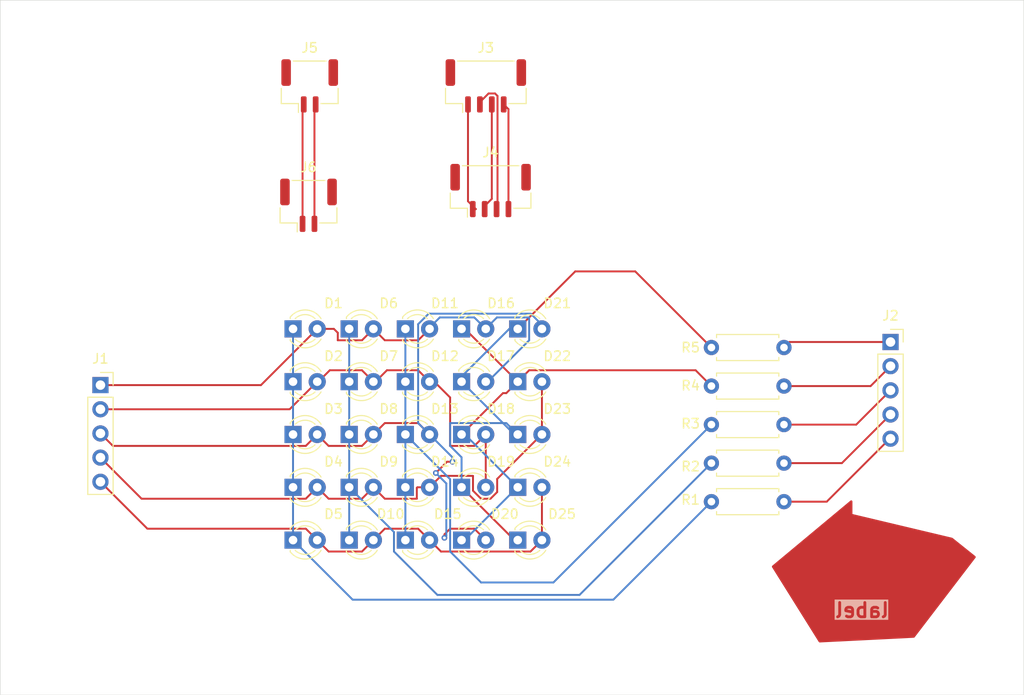
<source format=kicad_pcb>
(kicad_pcb (version 20240108) (generator "pcbnew") (generator_version "8.0")
  (layers (0 "F.Cu" signal) (31 "B.Cu" signal) (34 "B.Paste" user) (35 "F.Paste" user) (36 "B.SilkS" user "B.Silkscreen") (37 "F.SilkS" user "F.Silkscreen") (38 "B.Mask" user) (39 "F.Mask" user) (44 "Edge.Cuts" user))
  (net 0 "")
  (net 1 "Net-(D1-A)")
  (net 2 "Net-(D1-K)")
  (net 3 "Net-(D12-A)")
  (net 4 "Net-(D13-A)")
  (net 5 "Net-(D14-A)")
  (net 6 "Net-(D10-A)")
  (net 7 "Net-(D10-K)")
  (net 8 "Net-(D11-K)")
  (net 9 "Net-(D16-K)")
  (net 10 "Net-(D17-K)")
  (net 11 "Net-(J2-Pin_3)")
  (net 12 "Net-(J2-Pin_4)")
  (net 13 "Net-(J2-Pin_1)")
  (net 14 "Net-(J2-Pin_2)")
  (net 15 "Net-(J2-Pin_5)")
  (net 16 "/RX")
  (net 17 "GND")
  (net 18 "+3V3")
  (net 19 "/TX")
  (net 20 "/CAN_H")
  (net 21 "/CAN_L")
  (footprint "Resistor_THT:R_Axial_DIN0207_L6.3mm_D2.5mm_P7.62mm_Horizontal" (layer "F.Cu") (at 121.31 96.2 180)
    (property "Reference" "R1" (at 9.81 0.2 360) (layer "F.SilkS"))
    (property "Value" "R_US")
    (pad "1" thru_hole circle (at 0 0 180) (size 1.6 1.6) (drill 0.8) (layers "*.Cu" "*.Mask") (net 15 "Net-(J2-Pin_5)"))
    (pad "2" thru_hole oval (at 7.62 0 180) (size 1.6 1.6) (drill 0.8) (layers "*.Cu" "*.Mask") (net 2 "Net-(D1-K)"))
  )
  (footprint "Connector_JST:JST_GH_BM04B-GHS-TBT_1x04-1MP_P1.25mm_Vertical" (layer "F.Cu") (at 90.5 63.5)
    (property "Reference" "J4" (at 0 -4 0) (layer "F.SilkS"))
    (property "Value" "Conn_01x04")
    (pad "1" smd roundrect (at -1.875 1.95) (size 0.6 1.7) (layers "F.Cu" "F.Paste" "F.Mask") (net 18 "+3V3"))
    (pad "2" smd roundrect (at -0.625 1.95) (size 0.6 1.7) (layers "F.Cu" "F.Paste" "F.Mask") (net 16 "/RX"))
    (pad "3" smd roundrect (at 0.625 1.95) (size 0.6 1.7) (layers "F.Cu" "F.Paste" "F.Mask") (net 19 "/TX"))
    (pad "4" smd roundrect (at 1.875 1.95) (size 0.6 1.7) (layers "F.Cu" "F.Paste" "F.Mask") (net 17 "GND"))
    (pad "MP" smd roundrect (at -3.725 -1.4) (size 1 2.8) (layers "F.Cu" "F.Paste" "F.Mask"))
    (pad "MP" smd roundrect (at 3.725 -1.4) (size 1 2.8) (layers "F.Cu" "F.Paste" "F.Mask"))
  )
  (footprint "LED_THT:LED_D3.0mm" (layer "F.Cu") (at 81.55 94.69)
    (property "Reference" "D14" (at 4.15 -2.69 360) (layer "F.SilkS"))
    (property "Value" "LED")
    (pad "1" thru_hole rect (at 0 0) (size 1.8 1.8) (drill 0.9) (layers "*.Cu" "*.Mask") (net 8 "Net-(D11-K)"))
    (pad "2" thru_hole circle (at 2.54 0) (size 1.8 1.8) (drill 0.9) (layers "*.Cu" "*.Mask") (net 5 "Net-(D14-A)"))
  )
  (footprint "Resistor_THT:R_Axial_DIN0207_L6.3mm_D2.5mm_P7.62mm_Horizontal" (layer "F.Cu") (at 121.31 92.15 180)
    (property "Reference" "R2" (at 9.81 -0.35 360) (layer "F.SilkS"))
    (property "Value" "R_US")
    (pad "1" thru_hole circle (at 0 0 180) (size 1.6 1.6) (drill 0.8) (layers "*.Cu" "*.Mask") (net 12 "Net-(J2-Pin_4)"))
    (pad "2" thru_hole oval (at 7.62 0 180) (size 1.6 1.6) (drill 0.8) (layers "*.Cu" "*.Mask") (net 7 "Net-(D10-K)"))
  )
  (footprint "LED_THT:LED_D3.0mm" (layer "F.Cu") (at 87.45 83.59)
    (property "Reference" "D17" (at 4.15 -2.69 360) (layer "F.SilkS"))
    (property "Value" "LED")
    (pad "1" thru_hole rect (at 0 0) (size 1.8 1.8) (drill 0.9) (layers "*.Cu" "*.Mask") (net 10 "Net-(D17-K)"))
    (pad "2" thru_hole circle (at 2.54 0) (size 1.8 1.8) (drill 0.9) (layers "*.Cu" "*.Mask") (net 1 "Net-(D1-A)"))
  )
  (footprint "LED_THT:LED_D3.0mm" (layer "F.Cu") (at 93.35 83.59)
    (property "Reference" "D22" (at 4.15 -2.69 360) (layer "F.SilkS"))
    (property "Value" "LED")
    (pad "1" thru_hole rect (at 0 0) (size 1.8 1.8) (drill 0.9) (layers "*.Cu" "*.Mask") (net 9 "Net-(D16-K)"))
    (pad "2" thru_hole circle (at 2.54 0) (size 1.8 1.8) (drill 0.9) (layers "*.Cu" "*.Mask") (net 5 "Net-(D14-A)"))
  )
  (footprint "LED_THT:LED_D3.0mm" (layer "F.Cu") (at 69.75 100.24)
    (property "Reference" "D5" (at 4.25 -2.74 360) (layer "F.SilkS"))
    (property "Value" "LED")
    (pad "1" thru_hole rect (at 0 0) (size 1.8 1.8) (drill 0.9) (layers "*.Cu" "*.Mask") (net 2 "Net-(D1-K)"))
    (pad "2" thru_hole circle (at 2.54 0) (size 1.8 1.8) (drill 0.9) (layers "*.Cu" "*.Mask") (net 6 "Net-(D10-A)"))
  )
  (footprint "LED_THT:LED_D3.0mm" (layer "F.Cu") (at 93.35 78.04)
    (property "Reference" "D21" (at 4.15 -2.69 360) (layer "F.SilkS"))
    (property "Value" "LED")
    (pad "1" thru_hole rect (at 0 0) (size 1.8 1.8) (drill 0.9) (layers "*.Cu" "*.Mask") (net 10 "Net-(D17-K)"))
    (pad "2" thru_hole circle (at 2.54 0) (size 1.8 1.8) (drill 0.9) (layers "*.Cu" "*.Mask") (net 4 "Net-(D13-A)"))
  )
  (footprint "LED_THT:LED_D3.0mm" (layer "F.Cu") (at 87.45 78.04)
    (property "Reference" "D16" (at 4.15 -2.69 360) (layer "F.SilkS"))
    (property "Value" "LED")
    (pad "1" thru_hole rect (at 0 0) (size 1.8 1.8) (drill 0.9) (layers "*.Cu" "*.Mask") (net 9 "Net-(D16-K)"))
    (pad "2" thru_hole circle (at 2.54 0) (size 1.8 1.8) (drill 0.9) (layers "*.Cu" "*.Mask") (net 1 "Net-(D1-A)"))
  )
  (footprint "LED_THT:LED_D3.0mm" (layer "F.Cu") (at 69.75 89.14)
    (property "Reference" "D3" (at 4.25 -2.69 360) (layer "F.SilkS"))
    (property "Value" "LED")
    (pad "1" thru_hole rect (at 0 0) (size 1.8 1.8) (drill 0.9) (layers "*.Cu" "*.Mask") (net 2 "Net-(D1-K)"))
    (pad "2" thru_hole circle (at 2.54 0) (size 1.8 1.8) (drill 0.9) (layers "*.Cu" "*.Mask") (net 4 "Net-(D13-A)"))
  )
  (footprint "LED_THT:LED_D3.0mm" (layer "F.Cu") (at 75.65 94.69)
    (property "Reference" "D9" (at 4.15 -2.69 360) (layer "F.SilkS"))
    (property "Value" "LED")
    (pad "1" thru_hole rect (at 0 0) (size 1.8 1.8) (drill 0.9) (layers "*.Cu" "*.Mask") (net 7 "Net-(D10-K)"))
    (pad "2" thru_hole circle (at 2.54 0) (size 1.8 1.8) (drill 0.9) (layers "*.Cu" "*.Mask") (net 5 "Net-(D14-A)"))
  )
  (footprint "Resistor_THT:R_Axial_DIN0207_L6.3mm_D2.5mm_P7.62mm_Horizontal" (layer "F.Cu") (at 121.31 88.1 180)
    (property "Reference" "R3" (at 9.81 0.1 360) (layer "F.SilkS"))
    (property "Value" "R_US")
    (pad "1" thru_hole circle (at 0 0 180) (size 1.6 1.6) (drill 0.8) (layers "*.Cu" "*.Mask") (net 11 "Net-(J2-Pin_3)"))
    (pad "2" thru_hole oval (at 7.62 0 180) (size 1.6 1.6) (drill 0.8) (layers "*.Cu" "*.Mask") (net 8 "Net-(D11-K)"))
  )
  (footprint "LED_THT:LED_D3.0mm" (layer "F.Cu") (at 81.55 89.14)
    (property "Reference" "D13" (at 4.15 -2.69 360) (layer "F.SilkS"))
    (property "Value" "LED")
    (pad "1" thru_hole rect (at 0 0) (size 1.8 1.8) (drill 0.9) (layers "*.Cu" "*.Mask") (net 8 "Net-(D11-K)"))
    (pad "2" thru_hole circle (at 2.54 0) (size 1.8 1.8) (drill 0.9) (layers "*.Cu" "*.Mask") (net 4 "Net-(D13-A)"))
  )
  (footprint "Connector_JST:JST_GH_BM02B-GHS-TBT_1x02-1MP_P1.25mm_Vertical" (layer "F.Cu") (at 71.375 65.05)
    (property "Reference" "J6" (at 0 -4 0) (layer "F.SilkS"))
    (property "Value" "Conn_01x02")
    (pad "1" smd roundrect (at -0.625 1.95) (size 0.6 1.7) (layers "F.Cu" "F.Paste" "F.Mask") (net 20 "/CAN_H"))
    (pad "2" smd roundrect (at 0.625 1.95) (size 0.6 1.7) (layers "F.Cu" "F.Paste" "F.Mask") (net 21 "/CAN_L"))
    (pad "MP" smd roundrect (at -2.475 -1.4) (size 1 2.8) (layers "F.Cu" "F.Paste" "F.Mask"))
    (pad "MP" smd roundrect (at 2.475 -1.4) (size 1 2.8) (layers "F.Cu" "F.Paste" "F.Mask"))
  )
  (footprint "LED_THT:LED_D3.0mm" (layer "F.Cu") (at 69.75 78.04)
    (property "Reference" "D1" (at 4.25 -2.69 360) (layer "F.SilkS"))
    (property "Value" "LED")
    (pad "1" thru_hole rect (at 0 0) (size 1.8 1.8) (drill 0.9) (layers "*.Cu" "*.Mask") (net 2 "Net-(D1-K)"))
    (pad "2" thru_hole circle (at 2.54 0) (size 1.8 1.8) (drill 0.9) (layers "*.Cu" "*.Mask") (net 1 "Net-(D1-A)"))
  )
  (footprint "LED_THT:LED_D3.0mm" (layer "F.Cu") (at 87.45 94.69)
    (property "Reference" "D19" (at 4.15 -2.69 360) (layer "F.SilkS"))
    (property "Value" "LED")
    (pad "1" thru_hole rect (at 0 0) (size 1.8 1.8) (drill 0.9) (layers "*.Cu" "*.Mask") (net 10 "Net-(D17-K)"))
    (pad "2" thru_hole circle (at 2.54 0) (size 1.8 1.8) (drill 0.9) (layers "*.Cu" "*.Mask") (net 3 "Net-(D12-A)"))
  )
  (footprint "LED_THT:LED_D3.0mm" (layer "F.Cu") (at 87.45 89.14)
    (property "Reference" "D18" (at 4.15 -2.69 360) (layer "F.SilkS"))
    (property "Value" "LED")
    (pad "1" thru_hole rect (at 0 0) (size 1.8 1.8) (drill 0.9) (layers "*.Cu" "*.Mask") (net 9 "Net-(D16-K)"))
    (pad "2" thru_hole circle (at 2.54 0) (size 1.8 1.8) (drill 0.9) (layers "*.Cu" "*.Mask") (net 3 "Net-(D12-A)"))
  )
  (footprint "LED_THT:LED_D3.0mm" (layer "F.Cu") (at 75.65 78.04)
    (property "Reference" "D6" (at 4.15 -2.69 360) (layer "F.SilkS"))
    (property "Value" "LED")
    (pad "1" thru_hole rect (at 0 0) (size 1.8 1.8) (drill 0.9) (layers "*.Cu" "*.Mask") (net 7 "Net-(D10-K)"))
    (pad "2" thru_hole circle (at 2.54 0) (size 1.8 1.8) (drill 0.9) (layers "*.Cu" "*.Mask") (net 1 "Net-(D1-A)"))
  )
  (footprint "LED_THT:LED_D3.0mm" (layer "F.Cu") (at 75.65 89.14)
    (property "Reference" "D8" (at 4.15 -2.69 360) (layer "F.SilkS"))
    (property "Value" "LED")
    (pad "1" thru_hole rect (at 0 0) (size 1.8 1.8) (drill 0.9) (layers "*.Cu" "*.Mask") (net 7 "Net-(D10-K)"))
    (pad "2" thru_hole circle (at 2.54 0) (size 1.8 1.8) (drill 0.9) (layers "*.Cu" "*.Mask") (net 4 "Net-(D13-A)"))
  )
  (footprint "LED_THT:LED_D3.0mm" (layer "F.Cu") (at 75.65 83.59)
    (property "Reference" "D7" (at 4.15 -2.69 360) (layer "F.SilkS"))
    (property "Value" "LED")
    (pad "1" thru_hole rect (at 0 0) (size 1.8 1.8) (drill 0.9) (layers "*.Cu" "*.Mask") (net 7 "Net-(D10-K)"))
    (pad "2" thru_hole circle (at 2.54 0) (size 1.8 1.8) (drill 0.9) (layers "*.Cu" "*.Mask") (net 3 "Net-(D12-A)"))
  )
  (footprint "Resistor_THT:R_Axial_DIN0207_L6.3mm_D2.5mm_P7.62mm_Horizontal" (layer "F.Cu") (at 121.31 84.05 180)
    (property "Reference" "R4" (at 9.81 0.05 360) (layer "F.SilkS"))
    (property "Value" "R_US")
    (pad "1" thru_hole circle (at 0 0 180) (size 1.6 1.6) (drill 0.8) (layers "*.Cu" "*.Mask") (net 14 "Net-(J2-Pin_2)"))
    (pad "2" thru_hole oval (at 7.62 0 180) (size 1.6 1.6) (drill 0.8) (layers "*.Cu" "*.Mask") (net 9 "Net-(D16-K)"))
  )
  (footprint "Connector_JST:JST_GH_BM02B-GHS-TBT_1x02-1MP_P1.25mm_Vertical" (layer "F.Cu") (at 71.5 52.5)
    (property "Reference" "J5" (at 0 -4 0) (layer "F.SilkS"))
    (property "Value" "Conn_01x02")
    (pad "1" smd roundrect (at -0.625 1.95) (size 0.6 1.7) (layers "F.Cu" "F.Paste" "F.Mask") (net 20 "/CAN_H"))
    (pad "2" smd roundrect (at 0.625 1.95) (size 0.6 1.7) (layers "F.Cu" "F.Paste" "F.Mask") (net 21 "/CAN_L"))
    (pad "MP" smd roundrect (at -2.475 -1.4) (size 1 2.8) (layers "F.Cu" "F.Paste" "F.Mask"))
    (pad "MP" smd roundrect (at 2.475 -1.4) (size 1 2.8) (layers "F.Cu" "F.Paste" "F.Mask"))
  )
  (footprint "Resistor_THT:R_Axial_DIN0207_L6.3mm_D2.5mm_P7.62mm_Horizontal" (layer "F.Cu") (at 121.31 80 180)
    (property "Reference" "R5" (at 9.81 0 360) (layer "F.SilkS"))
    (property "Value" "R_US")
    (pad "1" thru_hole circle (at 0 0 180) (size 1.6 1.6) (drill 0.8) (layers "*.Cu" "*.Mask") (net 13 "Net-(J2-Pin_1)"))
    (pad "2" thru_hole oval (at 7.62 0 180) (size 1.6 1.6) (drill 0.8) (layers "*.Cu" "*.Mask") (net 10 "Net-(D17-K)"))
  )
  (footprint "Connector_PinSocket_2.54mm:PinSocket_1x05_P2.54mm_Vertical" (layer "F.Cu") (at 132.5 79.42)
    (property "Reference" "J2" (at 0 -2.77 360) (layer "F.SilkS"))
    (property "Value" "Conn_01x05")
    (pad "1" thru_hole rect (at 0 0) (size 1.7 1.7) (drill 1) (layers "*.Cu" "*.Mask") (net 13 "Net-(J2-Pin_1)"))
    (pad "2" thru_hole oval (at 0 2.54) (size 1.7 1.7) (drill 1) (layers "*.Cu" "*.Mask") (net 14 "Net-(J2-Pin_2)"))
    (pad "3" thru_hole oval (at 0 5.08) (size 1.7 1.7) (drill 1) (layers "*.Cu" "*.Mask") (net 11 "Net-(J2-Pin_3)"))
    (pad "4" thru_hole oval (at 0 7.62) (size 1.7 1.7) (drill 1) (layers "*.Cu" "*.Mask") (net 12 "Net-(J2-Pin_4)"))
    (pad "5" thru_hole oval (at 0 10.16) (size 1.7 1.7) (drill 1) (layers "*.Cu" "*.Mask") (net 15 "Net-(J2-Pin_5)"))
  )
  (footprint "LED_THT:LED_D3.0mm" (layer "F.Cu") (at 93.35 100.24)
    (property "Reference" "D25" (at 4.65 -2.74 360) (layer "F.SilkS"))
    (property "Value" "LED")
    (pad "1" thru_hole rect (at 0 0) (size 1.8 1.8) (drill 0.9) (layers "*.Cu" "*.Mask") (net 10 "Net-(D17-K)"))
    (pad "2" thru_hole circle (at 2.54 0) (size 1.8 1.8) (drill 0.9) (layers "*.Cu" "*.Mask") (net 6 "Net-(D10-A)"))
  )
  (footprint "LED_THT:LED_D3.0mm" (layer "F.Cu") (at 81.55 100.24)
    (property "Reference" "D15" (at 4.45 -2.74 360) (layer "F.SilkS"))
    (property "Value" "LED")
    (pad "1" thru_hole rect (at 0 0) (size 1.8 1.8) (drill 0.9) (layers "*.Cu" "*.Mask") (net 8 "Net-(D11-K)"))
    (pad "2" thru_hole circle (at 2.54 0) (size 1.8 1.8) (drill 0.9) (layers "*.Cu" "*.Mask") (net 6 "Net-(D10-A)"))
  )
  (footprint "LED_THT:LED_D3.0mm" (layer "F.Cu") (at 75.65 100.24)
    (property "Reference" "D10" (at 4.35 -2.74 360) (layer "F.SilkS"))
    (property "Value" "LED")
    (pad "1" thru_hole rect (at 0 0) (size 1.8 1.8) (drill 0.9) (layers "*.Cu" "*.Mask") (net 7 "Net-(D10-K)"))
    (pad "2" thru_hole circle (at 2.54 0) (size 1.8 1.8) (drill 0.9) (layers "*.Cu" "*.Mask") (net 6 "Net-(D10-A)"))
  )
  (footprint "Connector_PinSocket_2.54mm:PinSocket_1x05_P2.54mm_Vertical" (layer "F.Cu") (at 49.525 83.95)
    (property "Reference" "J1" (at 0 -2.77 360) (layer "F.SilkS"))
    (property "Value" "Conn_01x05")
    (pad "1" thru_hole rect (at 0 0) (size 1.7 1.7) (drill 1) (layers "*.Cu" "*.Mask") (net 1 "Net-(D1-A)"))
    (pad "2" thru_hole oval (at 0 2.54) (size 1.7 1.7) (drill 1) (layers "*.Cu" "*.Mask") (net 3 "Net-(D12-A)"))
    (pad "3" thru_hole oval (at 0 5.08) (size 1.7 1.7) (drill 1) (layers "*.Cu" "*.Mask") (net 4 "Net-(D13-A)"))
    (pad "4" thru_hole oval (at 0 7.62) (size 1.7 1.7) (drill 1) (layers "*.Cu" "*.Mask") (net 5 "Net-(D14-A)"))
    (pad "5" thru_hole oval (at 0 10.16) (size 1.7 1.7) (drill 1) (layers "*.Cu" "*.Mask") (net 6 "Net-(D10-A)"))
  )
  (footprint "LED_THT:LED_D3.0mm" (layer "F.Cu") (at 81.55 78.04)
    (property "Reference" "D11" (at 4.15 -2.69 360) (layer "F.SilkS"))
    (property "Value" "LED")
    (pad "1" thru_hole rect (at 0 0) (size 1.8 1.8) (drill 0.9) (layers "*.Cu" "*.Mask") (net 8 "Net-(D11-K)"))
    (pad "2" thru_hole circle (at 2.54 0) (size 1.8 1.8) (drill 0.9) (layers "*.Cu" "*.Mask") (net 1 "Net-(D1-A)"))
  )
  (footprint "LED_THT:LED_D3.0mm" (layer "F.Cu") (at 87.45 100.24)
    (property "Reference" "D20" (at 4.55 -2.74 360) (layer "F.SilkS"))
    (property "Value" "LED")
    (pad "1" thru_hole rect (at 0 0) (size 1.8 1.8) (drill 0.9) (layers "*.Cu" "*.Mask") (net 9 "Net-(D16-K)"))
    (pad "2" thru_hole circle (at 2.54 0) (size 1.8 1.8) (drill 0.9) (layers "*.Cu" "*.Mask") (net 4 "Net-(D13-A)"))
  )
  (footprint "LED_THT:LED_D3.0mm" (layer "F.Cu") (at 93.35 89.14)
    (property "Reference" "D23" (at 4.15 -2.69 360) (layer "F.SilkS"))
    (property "Value" "LED")
    (pad "1" thru_hole rect (at 0 0) (size 1.8 1.8) (drill 0.9) (layers "*.Cu" "*.Mask") (net 10 "Net-(D17-K)"))
    (pad "2" thru_hole circle (at 2.54 0) (size 1.8 1.8) (drill 0.9) (layers "*.Cu" "*.Mask") (net 5 "Net-(D14-A)"))
  )
  (footprint "Connector_JST:JST_GH_BM04B-GHS-TBT_1x04-1MP_P1.25mm_Vertical" (layer "F.Cu") (at 90 52.5)
    (property "Reference" "J3" (at 0 -4 0) (layer "F.SilkS"))
    (property "Value" "Conn_01x04")
    (pad "1" smd roundrect (at -1.875 1.95) (size 0.6 1.7) (layers "F.Cu" "F.Paste" "F.Mask") (net 18 "+3V3"))
    (pad "2" smd roundrect (at -0.625 1.95) (size 0.6 1.7) (layers "F.Cu" "F.Paste" "F.Mask") (net 19 "/TX"))
    (pad "3" smd roundrect (at 0.625 1.95) (size 0.6 1.7) (layers "F.Cu" "F.Paste" "F.Mask") (net 16 "/RX"))
    (pad "4" smd roundrect (at 1.875 1.95) (size 0.6 1.7) (layers "F.Cu" "F.Paste" "F.Mask") (net 17 "GND"))
    (pad "MP" smd roundrect (at -3.725 -1.4) (size 1 2.8) (layers "F.Cu" "F.Paste" "F.Mask"))
    (pad "MP" smd roundrect (at 3.725 -1.4) (size 1 2.8) (layers "F.Cu" "F.Paste" "F.Mask"))
  )
  (footprint "LED_THT:LED_D3.0mm" (layer "F.Cu") (at 69.75 94.69)
    (property "Reference" "D4" (at 4.25 -2.69 360) (layer "F.SilkS"))
    (property "Value" "LED")
    (pad "1" thru_hole rect (at 0 0) (size 1.8 1.8) (drill 0.9) (layers "*.Cu" "*.Mask") (net 2 "Net-(D1-K)"))
    (pad "2" thru_hole circle (at 2.54 0) (size 1.8 1.8) (drill 0.9) (layers "*.Cu" "*.Mask") (net 5 "Net-(D14-A)"))
  )
  (footprint "LED_THT:LED_D3.0mm" (layer "F.Cu") (at 81.55 83.59)
    (property "Reference" "D12" (at 4.15 -2.69 360) (layer "F.SilkS"))
    (property "Value" "LED")
    (pad "1" thru_hole rect (at 0 0) (size 1.8 1.8) (drill 0.9) (layers "*.Cu" "*.Mask") (net 8 "Net-(D11-K)"))
    (pad "2" thru_hole circle (at 2.54 0) (size 1.8 1.8) (drill 0.9) (layers "*.Cu" "*.Mask") (net 3 "Net-(D12-A)"))
  )
  (footprint "LED_THT:LED_D3.0mm" (layer "F.Cu") (at 69.75 83.59)
    (property "Reference" "D2" (at 4.25 -2.69 360) (layer "F.SilkS"))
    (property "Value" "LED")
    (pad "1" thru_hole rect (at 0 0) (size 1.8 1.8) (drill 0.9) (layers "*.Cu" "*.Mask") (net 2 "Net-(D1-K)"))
    (pad "2" thru_hole circle (at 2.54 0) (size 1.8 1.8) (drill 0.9) (layers "*.Cu" "*.Mask") (net 3 "Net-(D12-A)"))
  )
  (footprint "LED_THT:LED_D3.0mm" (layer "F.Cu") (at 93.35 94.69)
    (property "Reference" "D24" (at 4.15 -2.69 360) (layer "F.SilkS"))
    (property "Value" "LED")
    (pad "1" thru_hole rect (at 0 0) (size 1.8 1.8) (drill 0.9) (layers "*.Cu" "*.Mask") (net 9 "Net-(D16-K)"))
    (pad "2" thru_hole circle (at 2.54 0) (size 1.8 1.8) (drill 0.9) (layers "*.Cu" "*.Mask") (net 6 "Net-(D10-A)"))
  )
  (gr_rect (start 39 43.5) (end 146.5 116.5) (stroke (width 0.05)) (fill none) (layer "Edge.Cuts"))
  (gr_text "label" (at 132.5 108.5 0) (layer "B.SilkS" knockout) (effects (font (size 1.5 1.5) (thickness 0.3) (bold yes)) (justify left bottom mirror)))
  (segment (start 78.19 78.04) (end 79.39 79.24) (width 0.2) (layer "F.Cu") (net 1))
  (segment (start 76.99 79.24) (end 78.19 78.04) (width 0.2) (layer "F.Cu") (net 1))
  (segment (start 74.45 78.45) (end 74.45 79.24) (width 0.2) (layer "F.Cu") (net 1))
  (segment (start 79.39 79.24) (end 82.89 79.24) (width 0.2) (layer "F.Cu") (net 1))
  (segment (start 74.04 78.04) (end 74.45 78.45) (width 0.2) (layer "F.Cu") (net 1))
  (segment (start 66.38 83.95) (end 72.29 78.04) (width 0.2) (layer "F.Cu") (net 1))
  (segment (start 72.29 78.04) (end 74.04 78.04) (width 0.2) (layer "F.Cu") (net 1))
  (segment (start 49.525 83.95) (end 66.38 83.95) (width 0.2) (layer "F.Cu") (net 1))
  (segment (start 82.89 79.24) (end 84.09 78.04) (width 0.2) (layer "F.Cu") (net 1))
  (segment (start 74.45 79.24) (end 76.99 79.24) (width 0.2) (layer "F.Cu") (net 1))
  (segment (start 89.99 78.04) (end 89.99 78.01) (width 0.2) (layer "B.Cu") (net 1))
  (segment (start 90.2 83.59) (end 89.99 83.59) (width 0.2) (layer "B.Cu") (net 1))
  (segment (start 89.99 78.01) (end 91.16 76.84) (width 0.2) (layer "B.Cu") (net 1))
  (segment (start 84.04 78.04) (end 84 78) (width 0.2) (layer "B.Cu") (net 1))
  (segment (start 94.55 76.84) (end 94.55 79.24) (width 0.2) (layer "B.Cu") (net 1))
  (segment (start 88.79 76.84) (end 89.99 78.04) (width 0.2) (layer "B.Cu") (net 1))
  (segment (start 94.55 79.24) (end 90.2 83.59) (width 0.2) (layer "B.Cu") (net 1))
  (segment (start 91.16 76.84) (end 94.55 76.84) (width 0.2) (layer "B.Cu") (net 1))
  (segment (start 84.09 78.04) (end 84.04 78.04) (width 0.2) (layer "B.Cu") (net 1))
  (segment (start 85.16 76.84) (end 88.79 76.84) (width 0.2) (layer "B.Cu") (net 1))
  (segment (start 84 78) (end 85.16 76.84) (width 0.2) (layer "B.Cu") (net 1))
  (segment (start 69.75 83.59) (end 69.75 78.04) (width 0.2) (layer "B.Cu") (net 2))
  (segment (start 69.75 89.14) (end 69.75 83.59) (width 0.2) (layer "B.Cu") (net 2))
  (segment (start 76.01 106.5) (end 69.75 100.24) (width 0.2) (layer "B.Cu") (net 2))
  (segment (start 69.75 100.24) (end 69.75 94.69) (width 0.2) (layer "B.Cu") (net 2))
  (segment (start 69.75 94.69) (end 69.75 89.14) (width 0.2) (layer "B.Cu") (net 2))
  (segment (start 113.69 96.2) (end 103.39 106.5) (width 0.2) (layer "B.Cu") (net 2))
  (segment (start 103.39 106.5) (end 76.01 106.5) (width 0.2) (layer "B.Cu") (net 2))
  (segment (start 78.41 83.59) (end 79.61 82.39) (width 0.2) (layer "F.Cu") (net 3))
  (segment (start 69.39 86.49) (end 72.29 83.59) (width 0.2) (layer "F.Cu") (net 3))
  (segment (start 79.61 82.39) (end 82.89 82.39) (width 0.2) (layer "F.Cu") (net 3))
  (segment (start 86.25 90.34) (end 88.79 90.34) (width 0.2) (layer "F.Cu") (net 3))
  (segment (start 76.99 82.39) (end 78.19 83.59) (width 0.2) (layer "F.Cu") (net 3))
  (segment (start 86.25 85.25) (end 86.25 90.34) (width 0.2) (layer "F.Cu") (net 3))
  (segment (start 84.09 83.59) (end 84.41 83.59) (width 0.2) (layer "F.Cu") (net 3))
  (segment (start 84.41 83.59) (end 84.5 83.5) (width 0.2) (layer "F.Cu") (net 3))
  (segment (start 84.5 83.5) (end 86.25 85.25) (width 0.2) (layer "F.Cu") (net 3))
  (segment (start 72.5 83.5) (end 73.61 82.39) (width 0.2) (layer "F.Cu") (net 3))
  (segment (start 88.79 90.34) (end 89.99 89.14) (width 0.2) (layer "F.Cu") (net 3))
  (segment (start 82.89 82.39) (end 84.09 83.59) (width 0.2) (layer "F.Cu") (net 3))
  (segment (start 49.525 86.49) (end 69.39 86.49) (width 0.2) (layer "F.Cu") (net 3))
  (segment (start 72.29 83.59) (end 72.38 83.5) (width 0.2) (layer "F.Cu") (net 3))
  (segment (start 73.61 82.39) (end 76.99 82.39) (width 0.2) (layer "F.Cu") (net 3))
  (segment (start 72.38 83.5) (end 72.5 83.5) (width 0.2) (layer "F.Cu") (net 3))
  (segment (start 89.99 89.14) (end 89.99 94.69) (width 0.2) (layer "F.Cu") (net 3))
  (segment (start 78.19 83.59) (end 78.41 83.59) (width 0.2) (layer "F.Cu") (net 3))
  (segment (start 71.09 90.34) (end 72.29 89.14) (width 0.2) (layer "F.Cu") (net 4))
  (segment (start 76.99 90.34) (end 73.49 90.34) (width 0.2) (layer "F.Cu") (net 4))
  (segment (start 88.79 99.04) (end 89.99 100.24) (width 0.2) (layer "F.Cu") (net 4))
  (segment (start 85.65 99.64) (end 86.25 99.04) (width 0.2) (layer "F.Cu") (net 4))
  (segment (start 50.835 90.34) (end 71.09 90.34) (width 0.2) (layer "F.Cu") (net 4))
  (segment (start 78.19 89.14) (end 79.39 87.94) (width 0.2) (layer "F.Cu") (net 4))
  (segment (start 78.19 89.14) (end 76.99 90.34) (width 0.2) (layer "F.Cu") (net 4))
  (segment (start 86.5 92) (end 85.93147 92) (width 0.2) (layer "F.Cu") (net 4))
  (segment (start 49.525 89.03) (end 50.835 90.34) (width 0.2) (layer "F.Cu") (net 4))
  (segment (start 73.49 90.34) (end 72.29 89.14) (width 0.2) (layer "F.Cu") (net 4))
  (segment (start 85.65 100) (end 85.65 99.64) (width 0.2) (layer "F.Cu") (net 4))
  (segment (start 86.25 99.04) (end 88.79 99.04) (width 0.2) (layer "F.Cu") (net 4))
  (segment (start 85.93147 92) (end 84.74647 93.185) (width 0.2) (layer "F.Cu") (net 4))
  (segment (start 79.39 87.94) (end 82.89 87.94) (width 0.2) (layer "F.Cu") (net 4))
  (segment (start 82.89 87.94) (end 84.09 89.14) (width 0.2) (layer "F.Cu") (net 4))
  (via (at 86.5 92) (size 0.6) (drill 0.3) (layers "F.Cu" "B.Cu") (net 4))
  (via (at 85.65 100) (size 0.6) (drill 0.3) (layers "F.Cu" "B.Cu") (net 4))
  (via (at 84.74647 93.185) (size 0.6) (drill 0.3) (layers "F.Cu" "B.Cu") (net 4))
  (segment (start 86.5 91.55) (end 86.5 92) (width 0.2) (layer "B.Cu") (net 4))
  (segment (start 85.85 94.28853) (end 85.85 99.8) (width 0.2) (layer "B.Cu") (net 4))
  (segment (start 85.85 99.8) (end 85.65 100) (width 0.2) (layer "B.Cu") (net 4))
  (segment (start 84.74647 93.185) (end 85.85 94.28853) (width 0.2) (layer "B.Cu") (net 4))
  (segment (start 84.09 89.14) (end 86.5 91.55) (width 0.2) (layer "B.Cu") (net 4))
  (segment (start 95.89 77.614315) (end 95.89 78.04) (width 0.2) (layer "B.Cu") (net 4))
  (segment (start 94.715685 76.44) (end 95.89 77.614315) (width 0.2) (layer "B.Cu") (net 4))
  (segment (start 83.992943 76.44) (end 94.715685 76.44) (width 0.2) (layer "B.Cu") (net 4))
  (segment (start 82.89 77.542943) (end 83.992943 76.44) (width 0.2) (layer "B.Cu") (net 4))
  (segment (start 82.89 87.94) (end 82.89 77.542943) (width 0.2) (layer "B.Cu") (net 4))
  (segment (start 84.09 89.14) (end 82.89 87.94) (width 0.2) (layer "B.Cu") (net 4))
  (segment (start 73.49 95.89) (end 72.29 94.69) (width 0.2) (layer "F.Cu") (net 5))
  (segment (start 76.99 95.89) (end 73.49 95.89) (width 0.2) (layer "F.Cu") (net 5))
  (segment (start 95.86 89.14) (end 91.19 93.81) (width 0.2) (layer "F.Cu") (net 5))
  (segment (start 53.845 95.89) (end 71.09 95.89) (width 0.2) (layer "F.Cu") (net 5))
  (segment (start 84.09 94.69) (end 82.81 94.69) (width 0.2) (layer "F.Cu") (net 5))
  (segment (start 85.29 93.49) (end 84.09 94.69) (width 0.2) (layer "F.Cu") (net 5))
  (segment (start 82.75 95.89) (end 79.39 95.89) (width 0.2) (layer "F.Cu") (net 5))
  (segment (start 95.89 83.59) (end 95.91 83.59) (width 0.2) (layer "F.Cu") (net 5))
  (segment (start 90.487057 95.89) (end 89.492943 95.89) (width 0.2) (layer "F.Cu") (net 5))
  (segment (start 82.81 94.69) (end 82.75 94.75) (width 0.2) (layer "F.Cu") (net 5))
  (segment (start 91.19 93.81) (end 91.19 95.187057) (width 0.2) (layer "F.Cu") (net 5))
  (segment (start 95.91 83.59) (end 95.89 83.61) (width 0.2) (layer "F.Cu") (net 5))
  (segment (start 91.19 95.187057) (end 90.487057 95.89) (width 0.2) (layer "F.Cu") (net 5))
  (segment (start 95.89 89.14) (end 95.86 89.14) (width 0.2) (layer "F.Cu") (net 5))
  (segment (start 82.75 94.75) (end 82.75 95.89) (width 0.2) (layer "F.Cu") (net 5))
  (segment (start 89.492943 95.89) (end 88.65 95.047057) (width 0.2) (layer "F.Cu") (net 5))
  (segment (start 88.65 93.49) (end 85.29 93.49) (width 0.2) (layer "F.Cu") (net 5))
  (segment (start 95.89 83.61) (end 95.89 89.14) (width 0.2) (layer "F.Cu") (net 5))
  (segment (start 71.09 95.89) (end 72.29 94.69) (width 0.2) (layer "F.Cu") (net 5))
  (segment (start 79.39 95.89) (end 78.19 94.69) (width 0.2) (layer "F.Cu") (net 5))
  (segment (start 88.65 95.047057) (end 88.65 93.49) (width 0.2) (layer "F.Cu") (net 5))
  (segment (start 49.525 91.57) (end 53.845 95.89) (width 0.2) (layer "F.Cu") (net 5))
  (segment (start 78.19 94.69) (end 76.99 95.89) (width 0.2) (layer "F.Cu") (net 5))
  (segment (start 84.09 100.24) (end 82.89 99.04) (width 0.2) (layer "F.Cu") (net 6))
  (segment (start 49.525 94.11) (end 54.455 99.04) (width 0.2) (layer "F.Cu") (net 6))
  (segment (start 54.455 99.04) (end 71.09 99.04) (width 0.2) (layer "F.Cu") (net 6))
  (segment (start 82.89 99.04) (end 79.39 99.04) (width 0.2) (layer "F.Cu") (net 6))
  (segment (start 71.09 99.04) (end 72.29 100.24) (width 0.2) (layer "F.Cu") (net 6))
  (segment (start 79.39 99.04) (end 78.19 100.24) (width 0.2) (layer "F.Cu") (net 6))
  (segment (start 73.49 101.44) (end 76.99 101.44) (width 0.2) (layer "F.Cu") (net 6))
  (segment (start 95.89 100.24) (end 94.69 101.44) (width 0.2) (layer "F.Cu") (net 6))
  (segment (start 85.29 101.44) (end 84.09 100.24) (width 0.2) (layer "F.Cu") (net 6))
  (segment (start 72.29 100.24) (end 73.49 101.44) (width 0.2) (layer "F.Cu") (net 6))
  (segment (start 95.89 94.69) (end 95.89 100.24) (width 0.2) (layer "F.Cu") (net 6))
  (segment (start 94.69 101.44) (end 85.29 101.44) (width 0.2) (layer "F.Cu") (net 6))
  (segment (start 76.99 101.44) (end 78.19 100.24) (width 0.2) (layer "F.Cu") (net 6))
  (segment (start 75.65 100.24) (end 75.76 100.24) (width 0.2) (layer "B.Cu") (net 7))
  (segment (start 80.35 101.44) (end 80.35 99.39) (width 0.2) (layer "B.Cu") (net 7))
  (segment (start 80.35 99.39) (end 75.65 94.69) (width 0.2) (layer "B.Cu") (net 7))
  (segment (start 75.65 83.59) (end 75.65 78.04) (width 0.2) (layer "B.Cu") (net 7))
  (segment (start 84.91 106) (end 80.35 101.44) (width 0.2) (layer "B.Cu") (net 7))
  (segment (start 76 100) (end 75.65 99.65) (width 0.2) (layer "B.Cu") (net 7))
  (segment (start 99.84 106) (end 84.91 106) (width 0.2) (layer "B.Cu") (net 7))
  (segment (start 75.65 99.65) (end 75.65 94.69) (width 0.2) (layer "B.Cu") (net 7))
  (segment (start 113.69 92.15) (end 99.84 106) (width 0.2) (layer "B.Cu") (net 7))
  (segment (start 75.76 100.24) (end 76 100) (width 0.2) (layer "B.Cu") (net 7))
  (segment (start 75.65 89.14) (end 75.65 83.59) (width 0.2) (layer "B.Cu") (net 7))
  (segment (start 75.65 94.69) (end 75.65 89.14) (width 0.2) (layer "B.Cu") (net 7))
  (segment (start 86.25 93.84) (end 81.55 89.14) (width 0.2) (layer "B.Cu") (net 8))
  (segment (start 81.55 94.69) (end 81.55 89.14) (width 0.2) (layer "B.Cu") (net 8))
  (segment (start 97.1 104.69) (end 89.5 104.69) (width 0.2) (layer "B.Cu") (net 8))
  (segment (start 86.25 101.44) (end 86.25 93.84) (width 0.2) (layer "B.Cu") (net 8))
  (segment (start 113.69 88.1) (end 97.1 104.69) (width 0.2) (layer "B.Cu") (net 8))
  (segment (start 81.55 100.24) (end 81.55 94.69) (width 0.2) (layer "B.Cu") (net 8))
  (segment (start 81.55 83.59) (end 81.55 78.04) (width 0.2) (layer "B.Cu") (net 8))
  (segment (start 89.5 104.69) (end 86.25 101.44) (width 0.2) (layer "B.Cu") (net 8))
  (segment (start 81.55 89.14) (end 81.55 83.59) (width 0.2) (layer "B.Cu") (net 8))
  (segment (start 87.76 78) (end 93.35 83.59) (width 0.2) (layer "F.Cu") (net 9))
  (segment (start 87.5 78) (end 87.76 78) (width 0.2) (layer "F.Cu") (net 9))
  (segment (start 93.35 83.59) (end 92.15 84.79) (width 0.2) (layer "F.Cu") (net 9))
  (segment (start 94.55 82.39) (end 93.35 83.59) (width 0.2) (layer "F.Cu") (net 9))
  (segment (start 113.69 84.05) (end 112.03 82.39) (width 0.2) (layer "F.Cu") (net 9))
  (segment (start 112.03 82.39) (end 94.55 82.39) (width 0.2) (layer "F.Cu") (net 9))
  (segment (start 87.46 78.04) (end 87.5 78) (width 0.2) (layer "F.Cu") (net 9))
  (segment (start 87.45 78.04) (end 87.46 78.04) (width 0.2) (layer "F.Cu") (net 9))
  (segment (start 92.15 84.79) (end 91.8 84.79) (width 0.2) (layer "F.Cu") (net 9))
  (segment (start 91.8 84.79) (end 87.45 89.14) (width 0.2) (layer "F.Cu") (net 9))
  (segment (start 87.45 100.24) (end 87.76 100.24) (width 0.2) (layer "B.Cu") (net 9))
  (segment (start 87.8 89.14) (end 87.45 89.14) (width 0.2) (layer "B.Cu") (net 9))
  (segment (start 93.31 94.69) (end 93.35 94.69) (width 0.2) (layer "B.Cu") (net 9))
  (segment (start 87.76 100.24) (end 93.31 94.69) (width 0.2) (layer "B.Cu") (net 9))
  (segment (start 93.35 94.69) (end 87.8 89.14) (width 0.2) (layer "B.Cu") (net 9))
  (segment (start 105.69 72) (end 99.39 72) (width 0.2) (layer "F.Cu") (net 10))
  (segment (start 113.69 80) (end 105.69 72) (width 0.2) (layer "F.Cu") (net 10))
  (segment (start 99.39 72) (end 93.35 78.04) (width 0.2) (layer "F.Cu") (net 10))
  (segment (start 93.35 100.24) (end 93 100.24) (width 0.2) (layer "F.Cu") (net 10))
  (segment (start 93 100.24) (end 87.45 94.69) (width 0.2) (layer "F.Cu") (net 10))
  (segment (start 87.45 83.05) (end 87.45 83.59) (width 0.2) (layer "B.Cu") (net 10))
  (segment (start 92.15 87.94) (end 93.35 89.14) (width 0.2) (layer "B.Cu") (net 10))
  (segment (start 93.35 89.14) (end 93 89.14) (width 0.2) (layer "B.Cu") (net 10))
  (segment (start 87.45 91.54) (end 86.25 90.34) (width 0.2) (layer "B.Cu") (net 10))
  (segment (start 86.25 87.94) (end 92.15 87.94) (width 0.2) (layer "B.Cu") (net 10))
  (segment (start 87.45 94.69) (end 87.45 91.54) (width 0.2) (layer "B.Cu") (net 10))
  (segment (start 93 89.14) (end 87.45 83.59) (width 0.2) (layer "B.Cu") (net 10))
  (segment (start 93.35 78.04) (end 92.46 78.04) (width 0.2) (layer "B.Cu") (net 10))
  (segment (start 86.25 90.34) (end 86.25 87.94) (width 0.2) (layer "B.Cu") (net 10))
  (segment (start 92.46 78.04) (end 87.45 83.05) (width 0.2) (layer "B.Cu") (net 10))
  (segment (start 128.9 88.1) (end 121.31 88.1) (width 0.2) (layer "F.Cu") (net 11))
  (segment (start 132.5 84.5) (end 128.9 88.1) (width 0.2) (layer "F.Cu") (net 11))
  (segment (start 127.39 92.15) (end 132.5 87.04) (width 0.2) (layer "F.Cu") (net 12))
  (segment (start 121.31 92.15) (end 127.39 92.15) (width 0.2) (layer "F.Cu") (net 12))
  (segment (start 121.89 79.42) (end 121.31 80) (width 0.2) (layer "F.Cu") (net 13))
  (segment (start 132.5 79.42) (end 121.89 79.42) (width 0.2) (layer "F.Cu") (net 13))
  (segment (start 130.41 84.05) (end 132.5 81.96) (width 0.2) (layer "F.Cu") (net 14))
  (segment (start 121.31 84.05) (end 130.41 84.05) (width 0.2) (layer "F.Cu") (net 14))
  (segment (start 132.5 89.58) (end 132.42 89.58) (width 0.2) (layer "F.Cu") (net 15))
  (segment (start 132.42 89.58) (end 125.8 96.2) (width 0.2) (layer "F.Cu") (net 15))
  (segment (start 125.8 96.2) (end 121.31 96.2) (width 0.2) (layer "F.Cu") (net 15))
  (segment (start 89.875 65.125) (end 90.625 64.375) (width 0.2) (layer "F.Cu") (net 16))
  (segment (start 90.625 64.375) (end 90.625 54.45) (width 0.2) (layer "F.Cu") (net 16))
  (segment (start 89.875 65.45) (end 89.875 65.125) (width 0.2) (layer "F.Cu") (net 16))
  (segment (start 92.375 54.95) (end 91.875 54.45) (width 0.2) (layer "F.Cu") (net 17))
  (segment (start 92.375 65.45) (end 92.375 54.95) (width 0.2) (layer "F.Cu") (net 17))
  (segment (start 88.125 64.625) (end 88.125 54.45) (width 0.2) (layer "F.Cu") (net 18))
  (segment (start 88.625 65.45) (end 88.95 65.45) (width 0.2) (layer "F.Cu") (net 18))
  (segment (start 88.95 65.45) (end 88.125 64.625) (width 0.2) (layer "F.Cu") (net 18))
  (segment (start 91.225 65.35) (end 91.225 53.559448) (width 0.2) (layer "F.Cu") (net 19))
  (segment (start 90.284448 53.3) (end 89.375 54.209448) (width 0.2) (layer "F.Cu") (net 19))
  (segment (start 89.375 54.209448) (end 89.375 54.45) (width 0.2) (layer "F.Cu") (net 19))
  (segment (start 91.225 53.559448) (end 90.965552 53.3) (width 0.2) (layer "F.Cu") (net 19))
  (segment (start 91.125 65.45) (end 91.225 65.35) (width 0.2) (layer "F.Cu") (net 19))
  (segment (start 90.965552 53.3) (end 90.284448 53.3) (width 0.2) (layer "F.Cu") (net 19))
  (segment (start 70.75 67) (end 70.75 54.575) (width 0.2) (layer "F.Cu") (net 20))
  (segment (start 70.75 54.575) (end 70.875 54.45) (width 0.2) (layer "F.Cu") (net 20))
  (segment (start 72 67) (end 72 54.575) (width 0.2) (layer "F.Cu") (net 21))
  (segment (start 72 54.575) (end 72.125 54.45) (width 0.2) (layer "F.Cu") (net 21))
  (zone (net 0) (net_name "") (layer "F.Cu") (connect_pads (clearance 0.5)) (min_thickness 0.25) (fill yes (thermal_gap 0.5) (thermal_bridge_width 0.5) (island_removal_mode 1) (island_area_min 10))
    (polygon (pts (xy 129 95.5) (xy 120 103) (xy 125 111) (xy 135 110.5) (xy 141.5 102) (xy 139 100) (xy 128.5 97.5) (xy 128.5 95.5) (xy 128 95.5)))
  )
)
</source>
